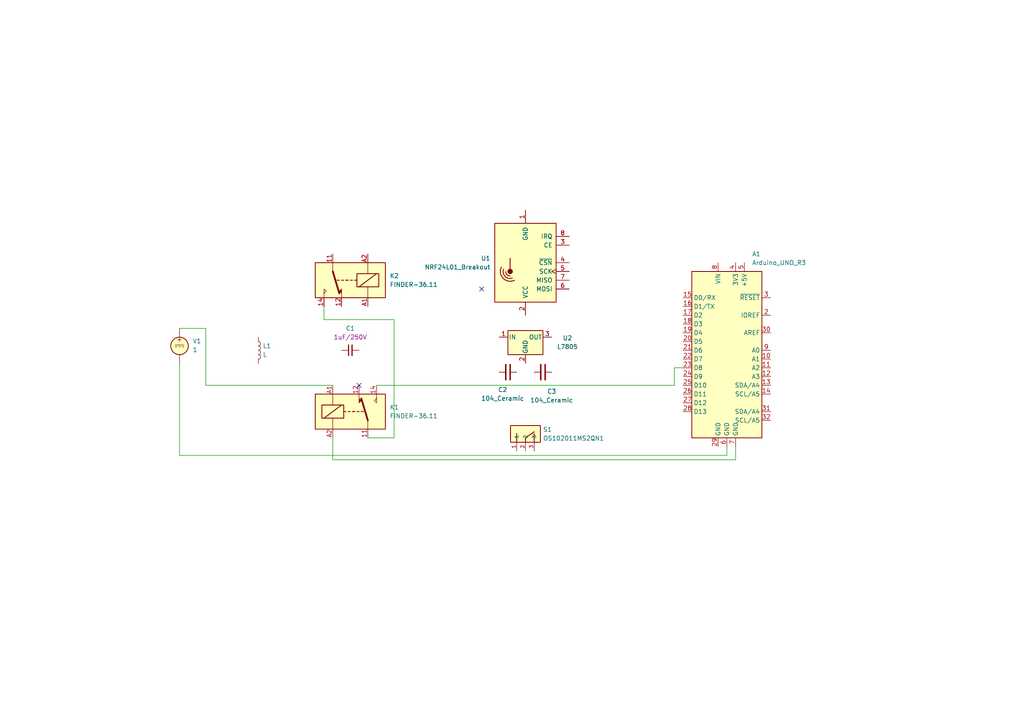
<source format=kicad_sch>
(kicad_sch (version 20231120) (generator "eeschema") (generator_version "8.0")
  (paper "A4")
  (lib_symbols
    (symbol "Device:L" (pin_numbers hide) (pin_names (offset 1.016) hide)
      (property "Reference" "L" (at -1.27 0 90))
      (property "Value" "L" (at 1.905 0 90))
      (symbol "L_0_1"
        (arc (start 0 -2.54) (mid 0.6323 -1.905) (end 0 -1.27))
        (arc (start 0 -1.27) (mid 0.6323 -0.635) (end 0 0))
        (arc (start 0 0) (mid 0.6323 0.635) (end 0 1.27))
        (arc (start 0 1.27) (mid 0.6323 1.905) (end 0 2.54))
      )
      (symbol "L_1_1"
        (pin passive line (at 0 3.81 270) (length 1.27) (name "1") (number "1"))
        (pin passive line (at 0 -3.81 90) (length 1.27) (name "2") (number "2"))
      )
    )
    (symbol "MCU_Module:Arduino_UNO_R3"
      (property "Reference" "A" (at -10.16 23.495 0))
      (property "Value" "Arduino_UNO_R3" (at 5.08 -26.67 0))
      (symbol "Arduino_UNO_R3_0_1"
        (rectangle (start -10.16 22.86) (end 10.16 -25.4) (stroke (width 0.254)) (fill (type background)))
      )
      (symbol "Arduino_UNO_R3_1_1"
        (pin no_connect line (at -10.16 -20.32 0) (length 2.54) hide (name "NC") (number "1"))
        (pin bidirectional line (at 12.7 -2.54 180) (length 2.54) (name "A1") (number "10"))
        (pin bidirectional line (at 12.7 -5.08 180) (length 2.54) (name "A2") (number "11"))
        (pin bidirectional line (at 12.7 -7.62 180) (length 2.54) (name "A3") (number "12"))
        (pin bidirectional line (at 12.7 -10.16 180) (length 2.54) (name "SDA/A4") (number "13"))
        (pin bidirectional line (at 12.7 -12.7 180) (length 2.54) (name "SCL/A5") (number "14"))
        (pin bidirectional line (at -12.7 15.24 0) (length 2.54) (name "D0/RX") (number "15"))
        (pin bidirectional line (at -12.7 12.7 0) (length 2.54) (name "D1/TX") (number "16"))
        (pin bidirectional line (at -12.7 10.16 0) (length 2.54) (name "D2") (number "17"))
        (pin bidirectional line (at -12.7 7.62 0) (length 2.54) (name "D3") (number "18"))
        (pin bidirectional line (at -12.7 5.08 0) (length 2.54) (name "D4") (number "19"))
        (pin output line (at 12.7 10.16 180) (length 2.54) (name "IOREF") (number "2"))
        (pin bidirectional line (at -12.7 2.54 0) (length 2.54) (name "D5") (number "20"))
        (pin bidirectional line (at -12.7 0 0) (length 2.54) (name "D6") (number "21"))
        (pin bidirectional line (at -12.7 -2.54 0) (length 2.54) (name "D7") (number "22"))
        (pin bidirectional line (at -12.7 -5.08 0) (length 2.54) (name "D8") (number "23"))
        (pin bidirectional line (at -12.7 -7.62 0) (length 2.54) (name "D9") (number "24"))
        (pin bidirectional line (at -12.7 -10.16 0) (length 2.54) (name "D10") (number "25"))
        (pin bidirectional line (at -12.7 -12.7 0) (length 2.54) (name "D11") (number "26"))
        (pin bidirectional line (at -12.7 -15.24 0) (length 2.54) (name "D12") (number "27"))
        (pin bidirectional line (at -12.7 -17.78 0) (length 2.54) (name "D13") (number "28"))
        (pin power_in line (at -2.54 -27.94 90) (length 2.54) (name "GND") (number "29"))
        (pin input line (at 12.7 15.24 180) (length 2.54) (name "~{RESET}") (number "3"))
        (pin input line (at 12.7 5.08 180) (length 2.54) (name "AREF") (number "30"))
        (pin bidirectional line (at 12.7 -17.78 180) (length 2.54) (name "SDA/A4") (number "31"))
        (pin bidirectional line (at 12.7 -20.32 180) (length 2.54) (name "SCL/A5") (number "32"))
        (pin power_out line (at 2.54 25.4 270) (length 2.54) (name "3V3") (number "4"))
        (pin power_out line (at 5.08 25.4 270) (length 2.54) (name "+5V") (number "5"))
        (pin power_in line (at 0 -27.94 90) (length 2.54) (name "GND") (number "6"))
        (pin power_in line (at 2.54 -27.94 90) (length 2.54) (name "GND") (number "7"))
        (pin power_in line (at -2.54 25.4 270) (length 2.54) (name "VIN") (number "8"))
        (pin bidirectional line (at 12.7 0 180) (length 2.54) (name "A0") (number "9"))
      )
    )
    (symbol "PCM_4ms_Capacitor:1uF_0603_25V" (pin_numbers hide) (pin_names (offset 0.254) hide)
      (property "Reference" "C" (at 1.905 1.27 0))
      (property "Display" "1uF/25V" (at 1.905 -1.27 0))
      (symbol "1uF_0603_25V_0_1"
        (polyline (pts (xy -1.524 -0.508) (xy 1.524 -0.508)) (stroke (width 0.3302)))
        (polyline (pts (xy -1.524 0.508) (xy 1.524 0.508)) (stroke (width 0.3048)))
      )
      (symbol "1uF_0603_25V_1_1"
        (pin passive line (at 0 2.54 270) (length 2.032) (name "~") (number "1"))
        (pin passive line (at 0 -2.54 90) (length 2.032) (name "~") (number "2"))
      )
    )
    (symbol "PCM_SL_Capacitors:104_Ceramic"
      (property "Reference" "C" (at 0 6.35 0))
      (property "Value" "104_Ceramic" (at 0 3.81 0))
      (symbol "104_Ceramic_0_1"
        (rectangle (start -0.762 2.286) (end -0.508 -2.286) (fill (type outline)))
        (rectangle (start 0.508 2.286) (end 0.762 -2.286) (fill (type outline)))
      )
      (symbol "104_Ceramic_1_1"
        (pin passive line (at -2.54 0 0) (length 2) (name "~") (number "1"))
        (pin input line (at 2.54 0 180) (length 2) (name "~") (number "2"))
      )
    )
    (symbol "RF:NRF24L01_Breakout" (pin_names (offset 1.016))
      (property "Reference" "U" (at -8.89 12.7 0))
      (property "Value" "NRF24L01_Breakout" (at 3.81 12.7 0))
      (symbol "NRF24L01_Breakout_0_1"
        (rectangle (start -8.89 11.43) (end 8.89 -11.43) (stroke (width 0.254)) (fill (type background)))
        (polyline (pts (xy 4.445 1.905) (xy 4.445 -1.27)) (stroke (width 0.254)))
        (circle (center 4.445 2.54) (radius 0.635) (stroke (width 0.254)) (fill (type outline)))
        (arc (start 5.715 2.54) (mid 5.3521 3.4546) (end 4.445 3.81) (stroke (width 0.254)))
        (arc (start 6.35 1.905) (mid 5.8763 3.9854) (end 3.81 4.445) (stroke (width 0.254)))
        (arc (start 6.985 1.27) (mid 6.453 4.548) (end 3.175 5.08) (stroke (width 0.254)))
      )
      (symbol "NRF24L01_Breakout_1_1"
        (pin power_in line (at 0 -15.24 90) (length 3.81) (name "GND") (number "1"))
        (pin power_in line (at 0 15.24 270) (length 3.81) (name "VCC") (number "2"))
        (pin input line (at -12.7 -5.08 0) (length 3.81) (name "CE") (number "3"))
        (pin input line (at -12.7 0 0) (length 3.81) (name "~{CSN}") (number "4"))
        (pin input clock (at -12.7 2.54 0) (length 3.81) (name "SCK") (number "5"))
        (pin input line (at -12.7 7.62 0) (length 3.81) (name "MOSI") (number "6"))
        (pin output line (at -12.7 5.08 0) (length 3.81) (name "MISO") (number "7"))
        (pin output line (at -12.7 -7.62 0) (length 3.81) (name "IRQ") (number "8"))
      )
    )
    (symbol "Regulator_Linear:L7805" (pin_names (offset 0.254))
      (property "Reference" "U" (at -3.81 3.175 0))
      (property "Value" "L7805" (at 0 3.175 0))
      (symbol "L7805_0_1"
        (rectangle (start -5.08 1.905) (end 5.08 -5.08) (stroke (width 0.254)) (fill (type background)))
      )
      (symbol "L7805_1_1"
        (pin power_in line (at -7.62 0 0) (length 2.54) (name "IN") (number "1"))
        (pin power_in line (at 0 -7.62 90) (length 2.54) (name "GND") (number "2"))
        (pin power_out line (at 7.62 0 180) (length 2.54) (name "OUT") (number "3"))
      )
    )
    (symbol "Relay:FINDER-36.11"
      (property "Reference" "K" (at 11.43 3.81 0))
      (property "Value" "FINDER-36.11" (at 11.43 1.27 0))
      (symbol "FINDER-36.11_0_0"
        (polyline (pts (xy 2.54 3.81) (xy 2.54 5.08)))
        (polyline (pts (xy 7.62 3.81) (xy 7.62 5.08)))
        (polyline (pts (xy 7.62 3.81) (xy 7.62 2.54) (xy 6.985 3.175) (xy 7.62 3.81)))
      )
      (symbol "FINDER-36.11_0_1"
        (rectangle (start -10.16 5.08) (end 10.16 -5.08) (stroke (width 0.254)) (fill (type background)))
        (rectangle (start -8.255 1.905) (end -1.905 -1.905) (stroke (width 0.254)))
        (polyline (pts (xy -7.62 -1.905) (xy -2.54 1.905)) (stroke (width 0.254)))
        (polyline (pts (xy -5.08 -5.08) (xy -5.08 -1.905)))
        (polyline (pts (xy -5.08 5.08) (xy -5.08 1.905)))
        (polyline (pts (xy -1.905 0) (xy -1.27 0)) (stroke (width 0.254)))
        (polyline (pts (xy -0.635 0) (xy 0 0)) (stroke (width 0.254)))
        (polyline (pts (xy 0.635 0) (xy 1.27 0)) (stroke (width 0.254)))
        (polyline (pts (xy 0.635 0) (xy 1.27 0)) (stroke (width 0.254)))
        (polyline (pts (xy 1.905 0) (xy 2.54 0)) (stroke (width 0.254)))
        (polyline (pts (xy 3.175 0) (xy 3.81 0)) (stroke (width 0.254)))
        (polyline (pts (xy 5.08 -2.54) (xy 3.175 3.81)) (stroke (width 0.508)))
        (polyline (pts (xy 5.08 -2.54) (xy 5.08 -5.08)))
        (polyline (pts (xy 2.54 2.54) (xy 2.54 3.81) (xy 2.54 2.54) (xy 2.54 2.54) (xy 3.175 3.175) (xy 2.54 3.81)) (fill (type outline)))
      )
      (symbol "FINDER-36.11_1_1"
        (pin passive line (at 5.08 -7.62 90) (length 2.54) (name "~") (number "11"))
        (pin passive line (at 2.54 7.62 270) (length 2.54) (name "~") (number "12"))
        (pin passive line (at 7.62 7.62 270) (length 2.54) (name "~") (number "14"))
        (pin passive line (at -5.08 7.62 270) (length 2.54) (name "~") (number "A1"))
        (pin passive line (at -5.08 -7.62 90) (length 2.54) (name "~") (number "A2"))
      )
    )
    (symbol "Simulation_SPICE:VDC" (pin_numbers hide) (pin_names (offset 0.0254))
      (property "Reference" "V" (at 2.54 2.54 0))
      (property "Value" "1" (at 2.54 0 0))
      (symbol "VDC_0_0"
        (polyline (pts (xy -1.27 0.254) (xy 1.27 0.254)))
        (polyline (pts (xy -0.762 -0.254) (xy -1.27 -0.254)))
        (polyline (pts (xy 0.254 -0.254) (xy -0.254 -0.254)))
        (polyline (pts (xy 1.27 -0.254) (xy 0.762 -0.254)))
        (text "+" (at 0 1.905 0) (effects (font (size 1.27 1.27))))
      )
      (symbol "VDC_0_1"
        (circle (center 0 0) (radius 2.54) (stroke (width 0.254)) (fill (type background)))
      )
      (symbol "VDC_1_1"
        (pin passive line (at 0 5.08 270) (length 2.54) (name "~") (number "1"))
        (pin passive line (at 0 -5.08 90) (length 2.54) (name "~") (number "2"))
      )
    )
    (symbol "switch:OS102011MS2QN1" (pin_names (offset 1.016))
      (property "Reference" "S" (at -2.5411 5.0822 0))
      (property "Value" "OS102011MS2QN1" (at -2.544 -7.6319 0))
      (symbol "OS102011MS2QN1_0_0"
        (rectangle (start -2.54 -4.318) (end 2.286 4.318) (stroke (width 0.254)) (fill (type background)))
        (polyline (pts (xy -2.54 -2.54) (xy 0 -2.54)) (stroke (width 0.254)))
        (polyline (pts (xy -2.54 0) (xy -1.27 0)) (stroke (width 0.254)))
        (polyline (pts (xy -2.54 2.54) (xy 0 2.54)) (stroke (width 0.254)))
        (polyline (pts (xy -1.27 0) (xy 0.508 -2.54)) (stroke (width 0.254)))
        (pin passive line (at -5.08 2.54 0) (length 2.54) (name "1") (number "1"))
        (pin passive line (at -5.08 0 0) (length 2.54) (name "2") (number "2"))
        (pin passive line (at -5.08 -2.54 0) (length 2.54) (name "3") (number "3"))
      )
    )
  )
  (no_connect (at 104.14 111.76))
  (no_connect (at 139.7 83.82))
  (wire (pts (xy 52.07 132.08) (xy 210.82 132.08)))
  (wire (pts (xy 52.07 105.41) (xy 52.07 132.08)))
  (wire (pts (xy 52.07 95.25) (xy 59.69 95.25)))
  (wire (pts (xy 210.82 132.08) (xy 210.82 129.54)))
  (wire (pts (xy 195.58 106.68) (xy 198.12 106.68)))
  (wire (pts (xy 114.3 92.71) (xy 93.98 92.71)))
  (wire (pts (xy 96.52 133.35) (xy 213.36 133.35)))
  (wire (pts (xy 213.36 133.35) (xy 213.36 129.54)))
  (wire (pts (xy 59.69 95.25) (xy 59.69 111.76)))
  (wire (pts (xy 59.69 111.76) (xy 96.52 111.76)))
  (wire (pts (xy 195.58 106.68) (xy 195.58 111.76)))
  (wire (pts (xy 114.3 127) (xy 114.3 92.71)))
  (wire (pts (xy 93.98 92.71) (xy 93.98 88.9)))
  (wire (pts (xy 96.52 133.35) (xy 96.52 127)))
  (wire (pts (xy 106.68 127) (xy 114.3 127)))
  (wire (pts (xy 109.22 111.76) (xy 195.58 111.76)))
  (symbol (lib_id "MCU_Module:Arduino_UNO_R3") (at 210.82 101.6 0) (unit 1)
    (property "Reference" "A1" (at 218.0941 73.66 0) (effects (justify left)))
    (property "Value" "Arduino_UNO_R3" (at 218.0941 76.2 0) (effects (justify left)))
    (property "Footprint" "Module:Arduino_UNO_R3" (effects (hide yes)))
    (property "Datasheet" "https://www.arduino.cc/en/Main/arduinoBoardUno" (effects (hide yes)))
    (property "Description" "Arduino UNO Microcontroller Module, release 3" (effects (hide yes)))
  )
  (symbol (lib_id "PCM_SL_Capacitors:104_Ceramic") (at 157.48 107.95 0) (unit 1)
    (property "Reference" "C3" (at 160.02 113.538 0))
    (property "Value" "104_Ceramic" (at 160.02 116.078 0))
    (property "Footprint" "Capacitor_THT:C_Disc_D5.0mm_W2.5mm_P2.50mm" (effects (hide yes)))
    (property "Description" "100nF Ceramic Capacitor" (effects (hide yes)))
  )
  (symbol (lib_id "PCM_4ms_Capacitor:1uF_0603_25V") (at 101.6 101.6 90) (unit 1)
    (property "Reference" "C1" (at 101.6063 95.25 90))
    (property "Value" "1uF_0603_250V" (effects (hide yes)))
    (property "Footprint" "Capacitor_THT:C_Rect_L19.0mm_W6.0mm_P15.00mm_MKS4" (effects (hide yes)))
    (property "Description" "1uF, Min. 250V, 0603, Ceramic/MLCC" (effects (hide yes)))
    (property "Specifications" "1uF, Min. 250V, 0603, Ceramic/MLCC" (effects (hide yes)))
    (property "Manufacturer" "Murata" (effects (hide yes)))
    (property "Part Number" "GRM188R61E105KA12D" (effects (hide yes)))
    (property "Display" "1uF/250V" (at 101.6063 97.79 90))
    (property "JLCPCB ID" "C15849" (effects (hide yes)))
  )
  (symbol (lib_id "PCM_SL_Capacitors:104_Ceramic") (at 147.32 107.95 0) (unit 1)
    (property "Reference" "C2" (at 145.796 113.03 0))
    (property "Value" "104_Ceramic" (at 145.796 115.57 0))
    (property "Footprint" "Capacitor_THT:C_Disc_D5.0mm_W2.5mm_P2.50mm" (effects (hide yes)))
    (property "Description" "100nF Ceramic Capacitor" (effects (hide yes)))
  )
  (symbol (lib_id "Relay:FINDER-36.11") (at 101.6 119.38 0) (unit 1)
    (property "Reference" "K1" (at 113.03 118.1099 0) (effects (justify left)))
    (property "Value" "FINDER-36.11" (at 113.03 120.6499 0) (effects (justify left)))
    (property "Footprint" "Relay_THT:Relay_SPDT_Finder_36.11" (effects (hide yes)))
    (property "Datasheet" "https://gfinder.findernet.com/public/attachments/36/EN/S36EN.pdf" (effects (hide yes)))
    (property "Description" "FINDER 36.11, SPDT relay, 10A" (effects (hide yes)))
  )
  (symbol (lib_id "Device:L") (at 74.93 101.6 0) (unit 1)
    (property "Reference" "L1" (at 76.2 100.3299 0) (effects (justify left)))
    (property "Value" "L" (at 76.2 102.8699 0) (effects (justify left)))
    (property "Footprint" "PCM_Inductor_THT_AKL_Double:L_Axial_L26.0mm_D11.0mm_P7.62mm_Vertical_Fastron_77A" (effects (hide yes)))
    (property "Description" "Inductor" (effects (hide yes)))
  )
  (symbol (lib_id "Relay:FINDER-36.11") (at 101.6 81.28 180) (unit 1)
    (property "Reference" "K2" (at 113.03 80.0099 0) (effects (justify right)))
    (property "Value" "FINDER-36.11" (at 113.03 82.5499 0) (effects (justify right)))
    (property "Footprint" "Relay_THT:Relay_SPDT_Finder_36.11" (effects (hide yes)))
    (property "Datasheet" "https://gfinder.findernet.com/public/attachments/36/EN/S36EN.pdf" (effects (hide yes)))
    (property "Description" "FINDER 36.11, SPDT relay, 10A" (effects (hide yes)))
  )
  (symbol (lib_id "RF:NRF24L01_Breakout") (at 152.4 76.2 180) (unit 1)
    (property "Reference" "U1" (at 142.24 74.9299 0) (effects (justify left)))
    (property "Value" "NRF24L01_Breakout" (at 142.24 77.4699 0) (effects (justify left)))
    (property "Footprint" "RF_Module:nRF24L01_Breakout" (effects (hide yes)))
    (property "Datasheet" "http://www.nordicsemi.com/eng/content/download/2730/34105/file/nRF24L01_Product_Specification_v2_0.pdf" (effects (hide yes)))
    (property "Description" "Ultra low power 2.4GHz RF Transceiver, Carrier PCB" (effects (hide yes)))
  )
  (symbol (lib_id "Regulator_Linear:L7805") (at 152.4 97.79 0) (unit 1)
    (property "Reference" "U2" (at 164.592 98.044 0))
    (property "Value" "L7805" (at 164.592 100.584 0))
    (property "Footprint" "PCM_Package_TO_SOT_THT_AKL_OneLayer:TO-220-3_Vertical_BCE" (effects (hide yes)))
    (property "Datasheet" "http://www.st.com/content/ccc/resource/technical/document/datasheet/41/4f/b3/b0/12/d4/47/88/CD00000444.pdf/files/CD00000444.pdf/jcr:content/translations/en.CD00000444.pdf" (effects (hide yes)))
    (property "Description" "Positive 1.5A 35V Linear Regulator, Fixed Output 5V, TO-220/TO-263/TO-252" (effects (hide yes)))
  )
  (symbol (lib_id "switch:OS102011MS2QN1") (at 152.4 125.73 90) (unit 1)
    (property "Reference" "S1" (at 157.48 124.5869 90) (effects (justify right)))
    (property "Value" "OS102011MS2QN1" (at 157.48 127.1269 90) (effects (justify right)))
    (property "Footprint" "Button_Switch_THT:SW_Slide_SPDT_Straight_CK_OS102011MS2Q" (effects (hide yes)))
    (property "MF" "C&K" (effects (hide yes)))
    (property "Description_1" "\nSwitch,Slide,Mini,SPDT,ON-ON,Non-Shorting(BBM),100mA,12VDC,ThruHole,PC Pin | C&K OS102011MS2QN1\n" (effects (hide yes)))
    (property "Package" "None" (effects (hide yes)))
    (property "Price" "None" (effects (hide yes)))
    (property "Check_prices" "https://www.snapeda.com/parts/OS102011MS2QN1/C%2526K/view-part/?ref=eda" (effects (hide yes)))
    (property "STANDARD" "MANUFACTURER RECOMMENDATIONS" (effects (hide yes)))
    (property "SnapEDA_Link" "https://www.snapeda.com/parts/OS102011MS2QN1/C%2526K/view-part/?ref=snap" (effects (hide yes)))
    (property "MP" "OS102011MS2QN1" (effects (hide yes)))
    (property "Availability" "In Stock" (effects (hide yes)))
    (property "MANUFACTURER" "C&K" (effects (hide yes)))
  )
  (symbol (lib_id "Simulation_SPICE:VDC") (at 52.07 100.33 0) (unit 1)
    (property "Reference" "V1" (at 55.88 98.9301 0) (effects (justify left)))
    (property "Value" "1" (at 55.88 101.4701 0) (effects (justify left)))
    (property "Datasheet" "https://ngspice.sourceforge.io/docs/ngspice-html-manual/manual.xhtml#sec_Independent_Sources_for" (effects (hide yes)))
    (property "Description" "Voltage source, DC" (effects (hide yes)))
    (property "Sim.Pins" "1=+ 2=-" (effects (hide yes)))
    (property "Sim.Type" "DC" (effects (hide yes)))
    (property "Sim.Device" "V" (effects (hide yes)))
  )
)
</source>
